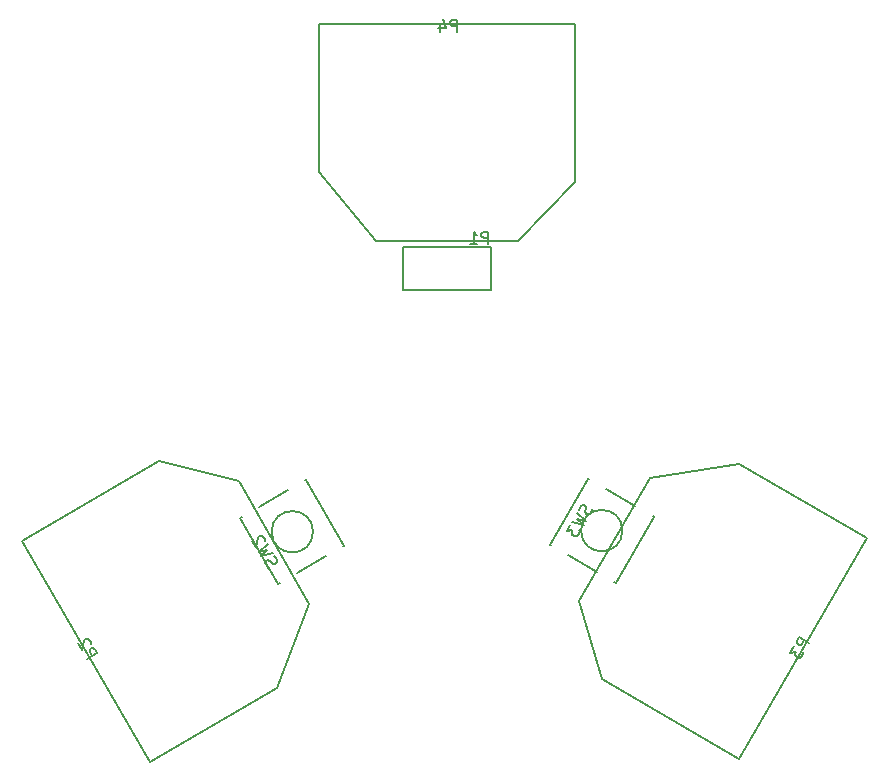
<source format=gbr>
G04 #@! TF.FileFunction,Legend,Bot*
%FSLAX46Y46*%
G04 Gerber Fmt 4.6, Leading zero omitted, Abs format (unit mm)*
G04 Created by KiCad (PCBNEW 4.0.4-stable) date 06/27/17 23:49:50*
%MOMM*%
%LPD*%
G01*
G04 APERTURE LIST*
%ADD10C,0.100000*%
%ADD11C,0.150000*%
G04 APERTURE END LIST*
D10*
D11*
X146800000Y-38400000D02*
X125200000Y-38400000D01*
X125200000Y-38400000D02*
X125200000Y-50900000D01*
X125200000Y-50900000D02*
X130000000Y-56800000D01*
X130000000Y-56800000D02*
X142000000Y-56800000D01*
X142000000Y-56800000D02*
X146800000Y-51800000D01*
X146800000Y-51800000D02*
X146800000Y-38400000D01*
X100018207Y-82146926D02*
X110818207Y-100853074D01*
X110818207Y-100853074D02*
X121643524Y-94603074D01*
X121643524Y-94603074D02*
X124353074Y-87496152D01*
X124353074Y-87496152D02*
X118353074Y-77103848D01*
X118353074Y-77103848D02*
X111622947Y-75446926D01*
X111622947Y-75446926D02*
X100018207Y-82146926D01*
X160731793Y-100603074D02*
X171531793Y-81896926D01*
X171531793Y-81896926D02*
X160706476Y-75646926D01*
X160706476Y-75646926D02*
X153196926Y-76853848D01*
X153196926Y-76853848D02*
X147196926Y-87246152D01*
X147196926Y-87246152D02*
X149127053Y-93903074D01*
X149127053Y-93903074D02*
X160731793Y-100603074D01*
X124650714Y-81400000D02*
G75*
G03X124650714Y-81400000I-1750714J0D01*
G01*
X121719568Y-85805432D02*
X121827821Y-85742932D01*
X127305432Y-82580432D02*
X127197179Y-82642932D01*
X124080432Y-76994568D02*
X123972179Y-77057068D01*
X118602821Y-80157068D02*
X118494568Y-80219568D01*
X123300064Y-84892932D02*
X125724936Y-83492932D01*
X118494568Y-80219568D02*
X121719568Y-85805432D01*
X120075064Y-79307068D02*
X122499936Y-77907068D01*
X124080432Y-76994568D02*
X127305432Y-82580432D01*
X150850714Y-81300000D02*
G75*
G03X150850714Y-81300000I-1750714J0D01*
G01*
X144694568Y-82480432D02*
X144802821Y-82542932D01*
X150280432Y-85705432D02*
X150172179Y-85642932D01*
X153505432Y-80119568D02*
X153397179Y-80057068D01*
X148027821Y-76957068D02*
X147919568Y-76894568D01*
X146275064Y-83392932D02*
X148699936Y-84792932D01*
X147919568Y-76894568D02*
X144694568Y-82480432D01*
X149500064Y-77807068D02*
X151924936Y-79207068D01*
X153505432Y-80119568D02*
X150280432Y-85705432D01*
X139750000Y-60950000D02*
X139750000Y-57300000D01*
X132250000Y-60950000D02*
X139750000Y-60950000D01*
X132250000Y-57300000D02*
X132250000Y-60950000D01*
X139700000Y-57300000D02*
X132250000Y-57300000D01*
X136838095Y-39052381D02*
X136838095Y-38052381D01*
X136457142Y-38052381D01*
X136361904Y-38100000D01*
X136314285Y-38147619D01*
X136266666Y-38242857D01*
X136266666Y-38385714D01*
X136314285Y-38480952D01*
X136361904Y-38528571D01*
X136457142Y-38576190D01*
X136838095Y-38576190D01*
X135409523Y-38385714D02*
X135409523Y-39052381D01*
X135647619Y-38004762D02*
X135885714Y-38719048D01*
X135266666Y-38719048D01*
X105518686Y-92178797D02*
X106384711Y-91678797D01*
X106194235Y-91348882D01*
X106105377Y-91290213D01*
X106040328Y-91272783D01*
X105934040Y-91279162D01*
X105810322Y-91350591D01*
X105751653Y-91439449D01*
X105734223Y-91504498D01*
X105740603Y-91610786D01*
X105931080Y-91940701D01*
X105826042Y-90901629D02*
X105843472Y-90836581D01*
X105837092Y-90730293D01*
X105718044Y-90524095D01*
X105629186Y-90465426D01*
X105564137Y-90447997D01*
X105457849Y-90454376D01*
X105375371Y-90501995D01*
X105275463Y-90614663D01*
X105066305Y-91395250D01*
X104756781Y-90859138D01*
X166669409Y-90823584D02*
X165803384Y-90323584D01*
X165612907Y-90653499D01*
X165606527Y-90759787D01*
X165623957Y-90824836D01*
X165682626Y-90913695D01*
X165806344Y-90985123D01*
X165912632Y-90991503D01*
X165977681Y-90974073D01*
X166066539Y-90915404D01*
X166257015Y-90585489D01*
X165351003Y-91107131D02*
X165041479Y-91643243D01*
X165538060Y-91545043D01*
X165466631Y-91668762D01*
X165460251Y-91775050D01*
X165477681Y-91840098D01*
X165536351Y-91928957D01*
X165742547Y-92048005D01*
X165848835Y-92054384D01*
X165913884Y-92036955D01*
X166002742Y-91978286D01*
X166145599Y-91730849D01*
X166151979Y-91624561D01*
X166134549Y-91559512D01*
X120867618Y-84439337D02*
X120754951Y-84339429D01*
X120635903Y-84133232D01*
X120629523Y-84026944D01*
X120646953Y-83961895D01*
X120705622Y-83873037D01*
X120788100Y-83825418D01*
X120894388Y-83819038D01*
X120959437Y-83836468D01*
X121048296Y-83895136D01*
X121184774Y-84036285D01*
X121273632Y-84094954D01*
X121338681Y-84112383D01*
X121444969Y-84106004D01*
X121527447Y-84058385D01*
X121586116Y-83969526D01*
X121603546Y-83904478D01*
X121597166Y-83798190D01*
X121478118Y-83591993D01*
X121365451Y-83492084D01*
X121240023Y-83179600D02*
X120254951Y-83473404D01*
X120778302Y-82951303D01*
X120064474Y-83143489D01*
X120811452Y-82437292D01*
X120562307Y-82196236D02*
X120579737Y-82131188D01*
X120573357Y-82024900D01*
X120454309Y-81818702D01*
X120365451Y-81760033D01*
X120300402Y-81742604D01*
X120194114Y-81748983D01*
X120111635Y-81796602D01*
X120011727Y-81909270D01*
X119802570Y-82689857D01*
X119493046Y-82153745D01*
X148278258Y-79515132D02*
X148248068Y-79662659D01*
X148129020Y-79868856D01*
X148040162Y-79927525D01*
X147975113Y-79944955D01*
X147868825Y-79938575D01*
X147786347Y-79890956D01*
X147727678Y-79802098D01*
X147710248Y-79737049D01*
X147716627Y-79630761D01*
X147770626Y-79441993D01*
X147777006Y-79335705D01*
X147759576Y-79270657D01*
X147700907Y-79181798D01*
X147618429Y-79134179D01*
X147512141Y-79127800D01*
X147447092Y-79145229D01*
X147358234Y-79203898D01*
X147239186Y-79410095D01*
X147208996Y-79557623D01*
X147001091Y-79822488D02*
X147748068Y-80528684D01*
X147034240Y-80336499D01*
X147557592Y-80858599D01*
X146572519Y-80564796D01*
X146429662Y-80812231D02*
X146120138Y-81348343D01*
X146616719Y-81250143D01*
X146545290Y-81373862D01*
X146538910Y-81480150D01*
X146556340Y-81545198D01*
X146615010Y-81634057D01*
X146821206Y-81753105D01*
X146927494Y-81759484D01*
X146992543Y-81742055D01*
X147081401Y-81683386D01*
X147224259Y-81435949D01*
X147230639Y-81329661D01*
X147213209Y-81264612D01*
X139488095Y-57002381D02*
X139488095Y-56002381D01*
X139107142Y-56002381D01*
X139011904Y-56050000D01*
X138964285Y-56097619D01*
X138916666Y-56192857D01*
X138916666Y-56335714D01*
X138964285Y-56430952D01*
X139011904Y-56478571D01*
X139107142Y-56526190D01*
X139488095Y-56526190D01*
X137964285Y-57002381D02*
X138535714Y-57002381D01*
X138250000Y-57002381D02*
X138250000Y-56002381D01*
X138345238Y-56145238D01*
X138440476Y-56240476D01*
X138535714Y-56288095D01*
M02*

</source>
